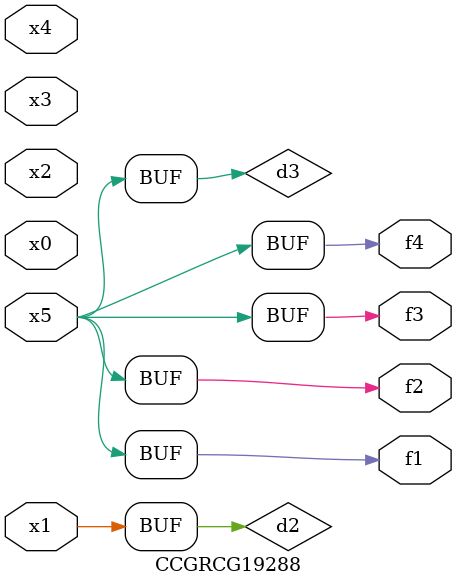
<source format=v>
module CCGRCG19288(
	input x0, x1, x2, x3, x4, x5,
	output f1, f2, f3, f4
);

	wire d1, d2, d3;

	not (d1, x5);
	or (d2, x1);
	xnor (d3, d1);
	assign f1 = d3;
	assign f2 = d3;
	assign f3 = d3;
	assign f4 = d3;
endmodule

</source>
